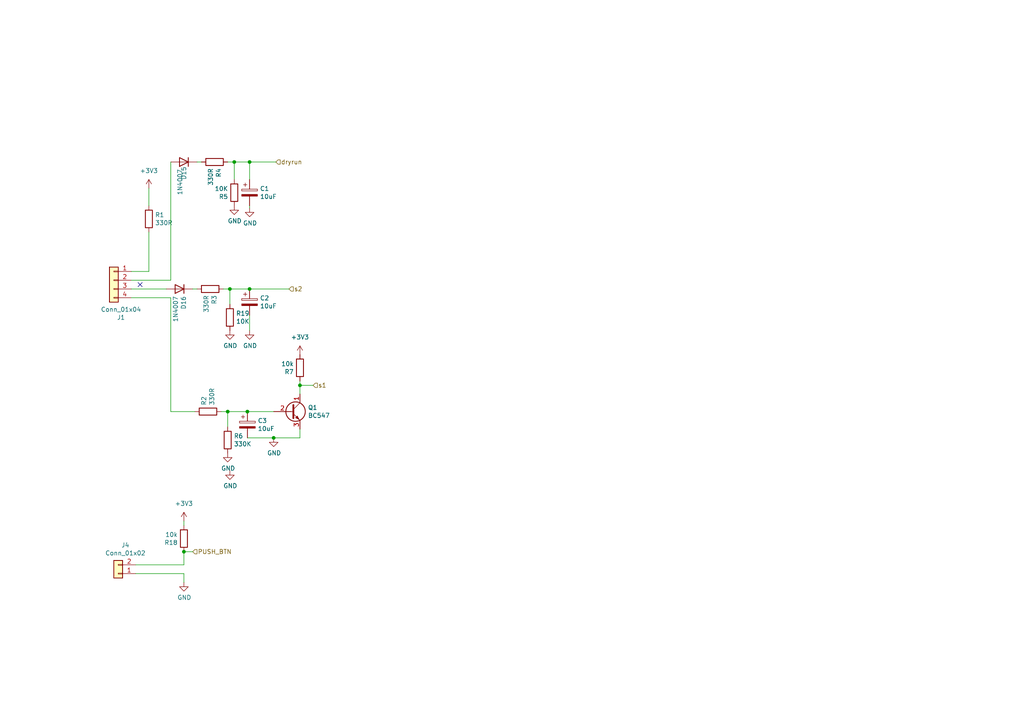
<source format=kicad_sch>
(kicad_sch (version 20230121) (generator eeschema)
  (paper "A4")
  (lib_symbols
    (symbol "Connector_Generic:Conn_01x02" (pin_names (offset 1.016) hide)
      (property "Reference" "J" (at 0 2.54 0))
      (property "Value" "Conn_01x02" (at 0 -5.08 0))
      (symbol "Conn_01x02_1_1"
        (rectangle (start -1.27 -2.413) (end 0 -2.667) (stroke (width 0.1524)))
        (rectangle (start -1.27 0.127) (end 0 -0.127) (stroke (width 0.1524)))
        (rectangle (start -1.27 1.27) (end 1.27 -3.81) (stroke (width 0.254)) (fill (type background)))
        (pin passive line (at -5.08 0 0) (length 3.81) (name "Pin_1") (number "1"))
        (pin passive line (at -5.08 -2.54 0) (length 3.81) (name "Pin_2") (number "2"))
      )
    )
    (symbol "Connector_Generic:Conn_01x04" (pin_names (offset 1.016) hide)
      (property "Reference" "J" (at 0 5.08 0))
      (property "Value" "Conn_01x04" (at 0 -7.62 0))
      (symbol "Conn_01x04_1_1"
        (rectangle (start -1.27 -4.953) (end 0 -5.207) (stroke (width 0.1524)))
        (rectangle (start -1.27 -2.413) (end 0 -2.667) (stroke (width 0.1524)))
        (rectangle (start -1.27 0.127) (end 0 -0.127) (stroke (width 0.1524)))
        (rectangle (start -1.27 2.667) (end 0 2.413) (stroke (width 0.1524)))
        (rectangle (start -1.27 3.81) (end 1.27 -6.35) (stroke (width 0.254)) (fill (type background)))
        (pin passive line (at -5.08 2.54 0) (length 3.81) (name "Pin_1") (number "1"))
        (pin passive line (at -5.08 0 0) (length 3.81) (name "Pin_2") (number "2"))
        (pin passive line (at -5.08 -2.54 0) (length 3.81) (name "Pin_3") (number "3"))
        (pin passive line (at -5.08 -5.08 0) (length 3.81) (name "Pin_4") (number "4"))
      )
    )
    (symbol "Device:R" (pin_numbers hide) (pin_names (offset 0))
      (property "Reference" "R" (at 2.032 0 90))
      (property "Value" "R" (at 0 0 90))
      (symbol "R_0_1"
        (rectangle (start -1.016 -2.54) (end 1.016 2.54) (stroke (width 0.254)))
      )
      (symbol "R_1_1"
        (pin passive line (at 0 3.81 270) (length 1.27) (name "~") (number "1"))
        (pin passive line (at 0 -3.81 90) (length 1.27) (name "~") (number "2"))
      )
    )
    (symbol "Diode:1N4007" (pin_numbers hide) (pin_names (offset 1.016) hide)
      (property "Reference" "D" (at 0 2.54 0))
      (property "Value" "1N4007" (at 0 -2.54 0))
      (symbol "1N4007_0_1"
        (polyline (pts (xy -1.27 1.27) (xy -1.27 -1.27)) (stroke (width 0.254)))
        (polyline (pts (xy 1.27 0) (xy -1.27 0)))
        (polyline (pts (xy 1.27 1.27) (xy 1.27 -1.27) (xy -1.27 0) (xy 1.27 1.27)) (stroke (width 0.254)))
      )
      (symbol "1N4007_1_1"
        (pin passive line (at -3.81 0 0) (length 2.54) (name "K") (number "1"))
        (pin passive line (at 3.81 0 180) (length 2.54) (name "A") (number "2"))
      )
    )
    (symbol "Oflow_pcb-rescue:CP-Device" (pin_numbers hide) (pin_names (offset 0.254))
      (property "Reference" "C" (at 0.635 2.54 0))
      (property "Value" "CP-Device" (at 0.635 -2.54 0))
      (symbol "CP-Device_0_1"
        (rectangle (start -2.286 0.508) (end 2.286 1.016))
        (polyline (pts (xy -1.778 2.286) (xy -0.762 2.286)))
        (polyline (pts (xy -1.27 2.794) (xy -1.27 1.778)))
        (rectangle (start 2.286 -0.508) (end -2.286 -1.016) (fill (type outline)))
      )
      (symbol "CP-Device_1_1"
        (pin passive line (at 0 3.81 270) (length 2.794) (name "~") (number "1"))
        (pin passive line (at 0 -3.81 90) (length 2.794) (name "~") (number "2"))
      )
    )
    (symbol "Transistor_BJT:BC547" (pin_names (offset 0) hide)
      (property "Reference" "Q" (at 5.08 1.905 0))
      (property "Value" "BC547" (at 5.08 0 0))
      (symbol "BC547_0_1"
        (polyline (pts (xy 0 0) (xy 0.635 0)))
        (polyline (pts (xy 0.635 0.635) (xy 2.54 2.54)))
        (polyline (pts (xy 0.635 -0.635) (xy 2.54 -2.54) (xy 2.54 -2.54)))
        (polyline (pts (xy 0.635 1.905) (xy 0.635 -1.905) (xy 0.635 -1.905)) (stroke (width 0.508)))
        (polyline (pts (xy 1.27 -1.778) (xy 1.778 -1.27) (xy 2.286 -2.286) (xy 1.27 -1.778) (xy 1.27 -1.778)) (fill (type outline)))
        (circle (center 1.27 0) (radius 2.8194) (stroke (width 0.254)))
      )
      (symbol "BC547_1_1"
        (pin passive line (at 2.54 5.08 270) (length 2.54) (name "C") (number "1"))
        (pin input line (at -5.08 0 0) (length 5.08) (name "B") (number "2"))
        (pin passive line (at 2.54 -5.08 90) (length 2.54) (name "E") (number "3"))
      )
    )
    (symbol "power:+3.3V" (power) (pin_names (offset 0))
      (property "Value" "+3.3V" (at 0 3.556 0))
      (symbol "+3.3V_0_1"
        (polyline (pts (xy -0.762 1.27) (xy 0 2.54)))
        (polyline (pts (xy 0 0) (xy 0 2.54)))
        (polyline (pts (xy 0 2.54) (xy 0.762 1.27)))
      )
      (symbol "+3.3V_1_1"
        (pin power_in line (at 0 0 90) (length 0) hide (name "+3V3") (number "1"))
      )
    )
    (symbol "power:GND" (power) (pin_names (offset 0))
      (property "Value" "GND" (at 0 -3.81 0))
      (symbol "GND_0_1"
        (polyline (pts (xy 0 0) (xy 0 -1.27) (xy 1.27 -1.27) (xy 0 -2.54) (xy -1.27 -1.27) (xy 0 -1.27)))
      )
      (symbol "GND_1_1"
        (pin power_in line (at 0 0 270) (length 0) hide (name "GND") (number "1"))
      )
    )
  )
  (junction (at 66.675 83.82))
  (junction (at 86.995 111.76))
  (junction (at 72.39 46.99))
  (junction (at 66.04 119.38))
  (junction (at 53.34 160.02))
  (junction (at 72.39 83.82))
  (junction (at 79.375 127))
  (junction (at 71.755 119.38))
  (junction (at 67.945 46.99))
  (no_connect (at 40.64 82.55))
  (wire (pts (xy 79.375 127) (xy 86.995 127)))
  (wire (pts (xy 90.805 111.76) (xy 86.995 111.76)))
  (wire (pts (xy 71.755 119.38) (xy 79.375 119.38)))
  (wire (pts (xy 43.18 67.31) (xy 43.18 78.74)))
  (wire (pts (xy 66.04 46.99) (xy 67.945 46.99)))
  (wire (pts (xy 64.135 119.38) (xy 66.04 119.38)))
  (wire (pts (xy 66.04 119.38) (xy 71.755 119.38)))
  (wire (pts (xy 72.39 46.99) (xy 72.39 52.07)))
  (wire (pts (xy 49.53 86.36) (xy 49.53 119.38)))
  (wire (pts (xy 49.53 81.28) (xy 49.53 46.99)))
  (wire (pts (xy 39.37 166.37) (xy 53.34 166.37)))
  (wire (pts (xy 55.88 160.02) (xy 53.34 160.02)))
  (wire (pts (xy 72.39 83.82) (xy 83.82 83.82)))
  (wire (pts (xy 38.1 83.82) (xy 48.26 83.82)))
  (wire (pts (xy 86.995 111.76) (xy 86.995 114.3)))
  (wire (pts (xy 64.77 83.82) (xy 66.675 83.82)))
  (wire (pts (xy 53.34 166.37) (xy 53.34 168.91)))
  (wire (pts (xy 43.18 54.61) (xy 43.18 59.69)))
  (wire (pts (xy 72.39 59.69) (xy 72.39 60.325)))
  (wire (pts (xy 72.39 46.99) (xy 80.01 46.99)))
  (wire (pts (xy 72.39 95.885) (xy 72.39 91.44)))
  (wire (pts (xy 66.04 123.825) (xy 66.04 119.38)))
  (wire (pts (xy 53.34 152.4) (xy 53.34 151.13)))
  (wire (pts (xy 66.675 88.265) (xy 66.675 83.82)))
  (wire (pts (xy 49.53 119.38) (xy 56.515 119.38)))
  (wire (pts (xy 55.88 83.82) (xy 57.15 83.82)))
  (wire (pts (xy 67.945 46.99) (xy 72.39 46.99)))
  (wire (pts (xy 39.37 163.83) (xy 53.34 163.83)))
  (wire (pts (xy 86.995 110.49) (xy 86.995 111.76)))
  (wire (pts (xy 49.53 86.36) (xy 38.1 86.36)))
  (wire (pts (xy 53.34 160.02) (xy 53.34 163.83)))
  (wire (pts (xy 67.945 52.07) (xy 67.945 46.99)))
  (wire (pts (xy 58.42 46.99) (xy 57.15 46.99)))
  (wire (pts (xy 38.1 81.28) (xy 49.53 81.28)))
  (wire (pts (xy 71.755 127) (xy 79.375 127)))
  (wire (pts (xy 86.995 127) (xy 86.995 124.46)))
  (wire (pts (xy 66.675 83.82) (xy 72.39 83.82)))
  (wire (pts (xy 43.18 78.74) (xy 38.1 78.74)))
  (hierarchical_label "s2" (shape input) (at 83.82 83.82 0))
  (hierarchical_label "dryrun" (shape input) (at 80.01 46.99 0))
  (hierarchical_label "s1" (shape input) (at 90.805 111.76 0))
  (hierarchical_label "PUSH_BTN" (shape input) (at 55.88 160.02 0))
  (symbol (lib_id "Device:R") (at 60.96 83.82 270) (unit 1)
    (property "Reference" "R3" (at 62.1284 85.598 0) (effects (justify left)))
    (property "Value" "330R" (at 59.817 85.598 0) (effects (justify left)))
    (property "Footprint" "Resistor_THT:R_Axial_DIN0207_L6.3mm_D2.5mm_P10.16mm_Horizontal" (effects hide))
  )
  (symbol (lib_id "Connector_Generic:Conn_01x02") (at 34.29 166.37 180) (unit 1)
    (property "Reference" "J4" (at 36.3728 158.115 0))
    (property "Value" "Conn_01x02" (at 36.3728 160.4264 0))
    (property "Footprint" "TerminalBlock:TerminalBlock_bornier-2_P5.08mm" (effects hide))
  )
  (symbol (lib_id "power:GND") (at 53.34 168.91 0) (unit 1)
    (property "Reference" "#PWR0104" (effects hide))
    (property "Value" "GND" (at 53.467 173.3042 0))
  )
  (symbol (lib_id "Oflow_pcb-rescue:CP-Device") (at 72.39 87.63 0) (unit 1)
    (property "Reference" "C2" (at 75.3872 86.4616 0) (effects (justify left)))
    (property "Value" "10uF" (at 75.3872 88.773 0) (effects (justify left)))
    (property "Footprint" "Capacitor_THT:CP_Radial_D5.0mm_P2.50mm" (effects hide))
  )
  (symbol (lib_id "power:GND") (at 72.39 95.885 0) (unit 1)
    (property "Reference" "#PWR05" (effects hide))
    (property "Value" "GND" (at 72.517 100.2792 0))
  )
  (symbol (lib_id "Connector_Generic:Conn_01x04") (at 33.02 81.28 0) (mirror y) (unit 1)
    (property "Reference" "J1" (at 35.1028 92.075 0))
    (property "Value" "Conn_01x04" (at 35.1028 89.7636 0))
    (property "Footprint" "TerminalBlock:TerminalBlock_bornier-4_P5.08mm" (effects hide))
  )
  (symbol (lib_id "Device:R") (at 43.18 63.5 0) (unit 1)
    (property "Reference" "R1" (at 44.958 62.3316 0) (effects (justify left)))
    (property "Value" "330R" (at 44.958 64.643 0) (effects (justify left)))
    (property "Footprint" "Resistor_THT:R_Axial_DIN0207_L6.3mm_D2.5mm_P10.16mm_Horizontal" (effects hide))
  )
  (symbol (lib_id "Device:R") (at 53.34 156.21 180) (unit 1)
    (property "Reference" "R18" (at 51.562 157.3784 0) (effects (justify left)))
    (property "Value" "10k" (at 51.562 155.067 0) (effects (justify left)))
    (property "Footprint" "Resistor_THT:R_Axial_DIN0207_L6.3mm_D2.5mm_P5.08mm_Vertical" (effects hide))
  )
  (symbol (lib_id "Oflow_pcb-rescue:CP-Device") (at 71.755 123.19 0) (unit 1)
    (property "Reference" "C3" (at 74.7522 122.0216 0) (effects (justify left)))
    (property "Value" "10uF" (at 74.7522 124.333 0) (effects (justify left)))
    (property "Footprint" "Capacitor_THT:CP_Radial_D5.0mm_P2.50mm" (effects hide))
  )
  (symbol (lib_id "power:GND") (at 66.04 131.445 0) (unit 1)
    (property "Reference" "#PWR0115" (effects hide))
    (property "Value" "GND" (at 66.167 135.8392 0))
  )
  (symbol (lib_id "Device:R") (at 60.325 119.38 90) (unit 1)
    (property "Reference" "R2" (at 59.1566 117.602 0) (effects (justify left)))
    (property "Value" "330R" (at 61.468 117.602 0) (effects (justify left)))
    (property "Footprint" "Resistor_THT:R_Axial_DIN0207_L6.3mm_D2.5mm_P10.16mm_Horizontal" (effects hide))
  )
  (symbol (lib_id "Device:R") (at 66.675 92.075 0) (unit 1)
    (property "Reference" "R19" (at 68.453 90.9066 0) (effects (justify left)))
    (property "Value" "10K" (at 68.453 93.218 0) (effects (justify left)))
    (property "Footprint" "Resistor_THT:R_Axial_DIN0207_L6.3mm_D2.5mm_P10.16mm_Horizontal" (effects hide))
  )
  (symbol (lib_id "Device:R") (at 67.945 55.88 180) (unit 1)
    (property "Reference" "R5" (at 66.167 57.0484 0) (effects (justify left)))
    (property "Value" "10K" (at 66.167 54.737 0) (effects (justify left)))
    (property "Footprint" "Resistor_THT:R_Axial_DIN0207_L6.3mm_D2.5mm_P10.16mm_Horizontal" (effects hide))
  )
  (symbol (lib_id "Transistor_BJT:BC547") (at 84.455 119.38 0) (unit 1)
    (property "Reference" "Q1" (at 89.3064 118.2116 0) (effects (justify left)))
    (property "Value" "BC547" (at 89.3064 120.523 0) (effects (justify left)))
    (property "Footprint" "Package_TO_SOT_THT:TO-92_Inline_Wide" (effects hide))
    (property "Datasheet" "https://www.onsemi.com/pub/Collateral/BC550-D.pdf" (effects hide))
  )
  (symbol (lib_id "power:GND") (at 72.39 60.325 0) (unit 1)
    (property "Reference" "#PWR0113" (effects hide))
    (property "Value" "GND" (at 72.517 64.7192 0))
  )
  (symbol (lib_id "power:GND") (at 66.675 136.525 0) (unit 1)
    (property "Reference" "#PWR0112" (effects hide))
    (property "Value" "GND" (at 66.802 140.9192 0))
  )
  (symbol (lib_id "Device:R") (at 86.995 106.68 180) (unit 1)
    (property "Reference" "R7" (at 85.217 107.8484 0) (effects (justify left)))
    (property "Value" "10k" (at 85.217 105.537 0) (effects (justify left)))
    (property "Footprint" "Resistor_THT:R_Axial_DIN0207_L6.3mm_D2.5mm_P10.16mm_Horizontal" (effects hide))
  )
  (symbol (lib_id "power:+3.3V") (at 43.18 54.61 0) (unit 1)
    (property "Reference" "#PWR0103" (effects hide))
    (property "Value" "+3.3V" (at 43.18 49.53 0))
  )
  (symbol (lib_id "power:+3.3V") (at 53.34 151.13 0) (unit 1)
    (property "Reference" "#PWR0122" (effects hide))
    (property "Value" "+3.3V" (at 53.34 146.05 0))
  )
  (symbol (lib_id "Device:R") (at 62.23 46.99 270) (unit 1)
    (property "Reference" "R4" (at 63.3984 48.768 0) (effects (justify left)))
    (property "Value" "330R" (at 61.087 48.768 0) (effects (justify left)))
    (property "Footprint" "Resistor_THT:R_Axial_DIN0207_L6.3mm_D2.5mm_P10.16mm_Horizontal" (effects hide))
  )
  (symbol (lib_id "Diode:1N4007") (at 53.34 46.99 180) (unit 1)
    (property "Reference" "D15" (at 53.34 48.26 90) (effects (justify left)))
    (property "Value" "1N4007" (at 52.197 49.022 90) (effects (justify left)))
    (property "Footprint" "Diode_THT:D_DO-41_SOD81_P10.16mm_Horizontal" (effects hide))
    (property "Datasheet" "http://www.vishay.com/docs/88503/1n4001.pdf" (effects hide))
  )
  (symbol (lib_id "power:GND") (at 67.945 59.69 0) (unit 1)
    (property "Reference" "#PWR0114" (effects hide))
    (property "Value" "GND" (at 68.072 64.0842 0))
  )
  (symbol (lib_id "Diode:1N4007") (at 52.07 83.82 180) (unit 1)
    (property "Reference" "D16" (at 53.2384 85.852 90) (effects (justify left)))
    (property "Value" "1N4007" (at 50.927 85.852 90) (effects (justify left)))
    (property "Footprint" "Diode_THT:D_DO-41_SOD81_P10.16mm_Horizontal" (effects hide))
    (property "Datasheet" "http://www.vishay.com/docs/88503/1n4001.pdf" (effects hide))
  )
  (symbol (lib_id "Oflow_pcb-rescue:CP-Device") (at 72.39 55.88 0) (unit 1)
    (property "Reference" "C1" (at 75.3872 54.7116 0) (effects (justify left)))
    (property "Value" "10uF" (at 75.3872 57.023 0) (effects (justify left)))
    (property "Footprint" "Capacitor_THT:CP_Radial_D5.0mm_P2.50mm" (effects hide))
  )
  (symbol (lib_id "power:GND") (at 66.675 95.885 0) (unit 1)
    (property "Reference" "#PWR0111" (effects hide))
    (property "Value" "GND" (at 66.802 100.2792 0))
  )
  (symbol (lib_id "power:GND") (at 79.375 127 0) (unit 1)
    (property "Reference" "#PWR0116" (effects hide))
    (property "Value" "GND" (at 79.502 131.3942 0))
  )
  (symbol (lib_id "power:+3.3V") (at 86.995 102.87 0) (unit 1)
    (property "Reference" "#PWR0120" (effects hide))
    (property "Value" "+3.3V" (at 86.995 97.79 0))
  )
  (symbol (lib_id "Device:R") (at 66.04 127.635 0) (unit 1)
    (property "Reference" "R6" (at 67.818 126.4666 0) (effects (justify left)))
    (property "Value" "330K" (at 67.818 128.778 0) (effects (justify left)))
    (property "Footprint" "Resistor_THT:R_Axial_DIN0207_L6.3mm_D2.5mm_P10.16mm_Horizontal" (effects hide))
  )
)
</source>
